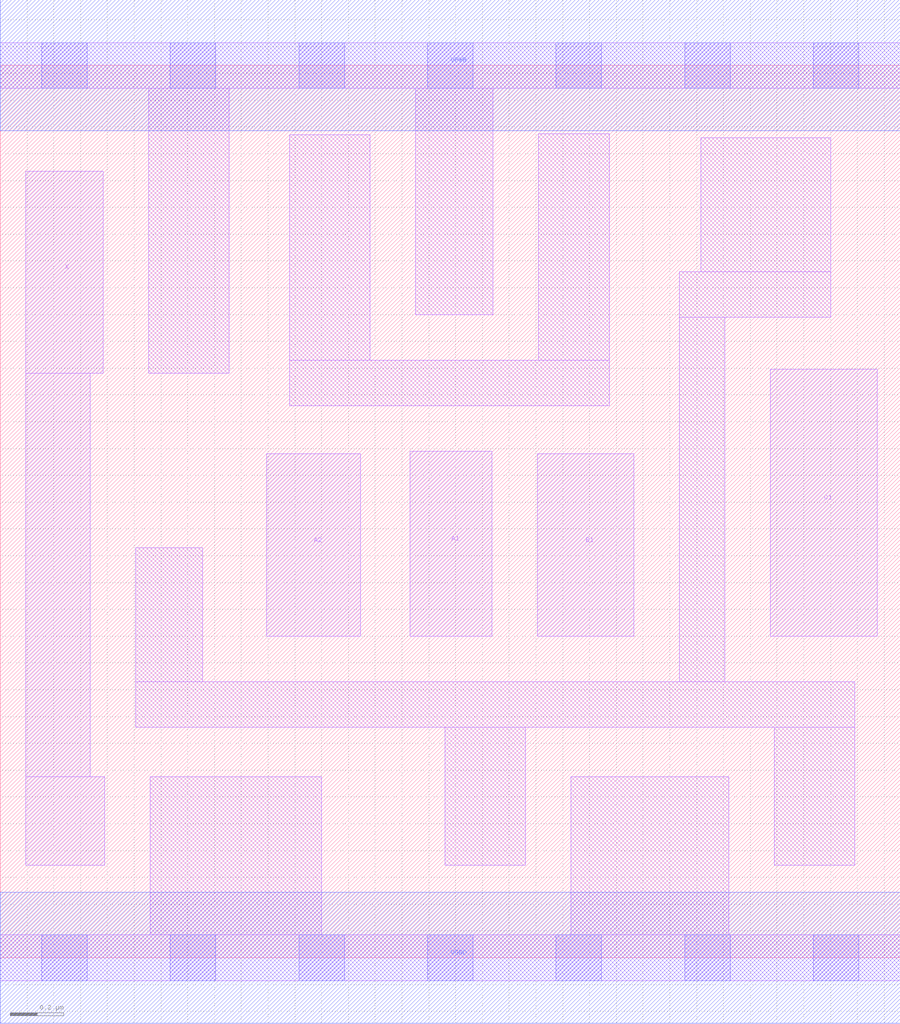
<source format=lef>
# Copyright 2020 The SkyWater PDK Authors
#
# Licensed under the Apache License, Version 2.0 (the "License");
# you may not use this file except in compliance with the License.
# You may obtain a copy of the License at
#
#     https://www.apache.org/licenses/LICENSE-2.0
#
# Unless required by applicable law or agreed to in writing, software
# distributed under the License is distributed on an "AS IS" BASIS,
# WITHOUT WARRANTIES OR CONDITIONS OF ANY KIND, either express or implied.
# See the License for the specific language governing permissions and
# limitations under the License.
#
# SPDX-License-Identifier: Apache-2.0

VERSION 5.7 ;
  NAMESCASESENSITIVE ON ;
  NOWIREEXTENSIONATPIN ON ;
  DIVIDERCHAR "/" ;
  BUSBITCHARS "[]" ;
UNITS
  DATABASE MICRONS 200 ;
END UNITS
MACRO sky130_fd_sc_lp__a211o_0
  CLASS CORE ;
  FOREIGN sky130_fd_sc_lp__a211o_0 ;
  ORIGIN  0.000000  0.000000 ;
  SIZE  3.360000 BY  3.330000 ;
  SYMMETRY X Y R90 ;
  SITE unit ;
  PIN A1
    ANTENNAGATEAREA  0.159000 ;
    DIRECTION INPUT ;
    USE SIGNAL ;
    PORT
      LAYER li1 ;
        RECT 1.530000 1.200000 1.835000 1.890000 ;
    END
  END A1
  PIN A2
    ANTENNAGATEAREA  0.159000 ;
    DIRECTION INPUT ;
    USE SIGNAL ;
    PORT
      LAYER li1 ;
        RECT 0.995000 1.200000 1.345000 1.880000 ;
    END
  END A2
  PIN B1
    ANTENNAGATEAREA  0.159000 ;
    DIRECTION INPUT ;
    USE SIGNAL ;
    PORT
      LAYER li1 ;
        RECT 2.005000 1.200000 2.365000 1.880000 ;
    END
  END B1
  PIN C1
    ANTENNAGATEAREA  0.159000 ;
    DIRECTION INPUT ;
    USE SIGNAL ;
    PORT
      LAYER li1 ;
        RECT 2.875000 1.200000 3.275000 2.195000 ;
    END
  END C1
  PIN X
    ANTENNADIFFAREA  0.280900 ;
    DIRECTION OUTPUT ;
    USE SIGNAL ;
    PORT
      LAYER li1 ;
        RECT 0.095000 0.345000 0.390000 0.675000 ;
        RECT 0.095000 0.675000 0.335000 2.180000 ;
        RECT 0.095000 2.180000 0.385000 2.935000 ;
    END
  END X
  PIN VGND
    DIRECTION INOUT ;
    USE GROUND ;
    PORT
      LAYER met1 ;
        RECT 0.000000 -0.245000 3.360000 0.245000 ;
    END
  END VGND
  PIN VPWR
    DIRECTION INOUT ;
    USE POWER ;
    PORT
      LAYER met1 ;
        RECT 0.000000 3.085000 3.360000 3.575000 ;
    END
  END VPWR
  OBS
    LAYER li1 ;
      RECT 0.000000 -0.085000 3.360000 0.085000 ;
      RECT 0.000000  3.245000 3.360000 3.415000 ;
      RECT 0.505000  0.860000 3.190000 1.030000 ;
      RECT 0.505000  1.030000 0.755000 1.530000 ;
      RECT 0.555000  2.180000 0.855000 3.245000 ;
      RECT 0.560000  0.085000 1.200000 0.675000 ;
      RECT 1.080000  2.060000 2.275000 2.230000 ;
      RECT 1.080000  2.230000 1.380000 3.070000 ;
      RECT 1.550000  2.400000 1.840000 3.245000 ;
      RECT 1.660000  0.345000 1.960000 0.860000 ;
      RECT 2.010000  2.230000 2.275000 3.075000 ;
      RECT 2.130000  0.085000 2.720000 0.675000 ;
      RECT 2.535000  1.030000 2.705000 2.390000 ;
      RECT 2.535000  2.390000 3.100000 2.560000 ;
      RECT 2.615000  2.560000 3.100000 3.060000 ;
      RECT 2.890000  0.345000 3.190000 0.860000 ;
    LAYER mcon ;
      RECT 0.155000 -0.085000 0.325000 0.085000 ;
      RECT 0.155000  3.245000 0.325000 3.415000 ;
      RECT 0.635000 -0.085000 0.805000 0.085000 ;
      RECT 0.635000  3.245000 0.805000 3.415000 ;
      RECT 1.115000 -0.085000 1.285000 0.085000 ;
      RECT 1.115000  3.245000 1.285000 3.415000 ;
      RECT 1.595000 -0.085000 1.765000 0.085000 ;
      RECT 1.595000  3.245000 1.765000 3.415000 ;
      RECT 2.075000 -0.085000 2.245000 0.085000 ;
      RECT 2.075000  3.245000 2.245000 3.415000 ;
      RECT 2.555000 -0.085000 2.725000 0.085000 ;
      RECT 2.555000  3.245000 2.725000 3.415000 ;
      RECT 3.035000 -0.085000 3.205000 0.085000 ;
      RECT 3.035000  3.245000 3.205000 3.415000 ;
  END
END sky130_fd_sc_lp__a211o_0
END LIBRARY

</source>
